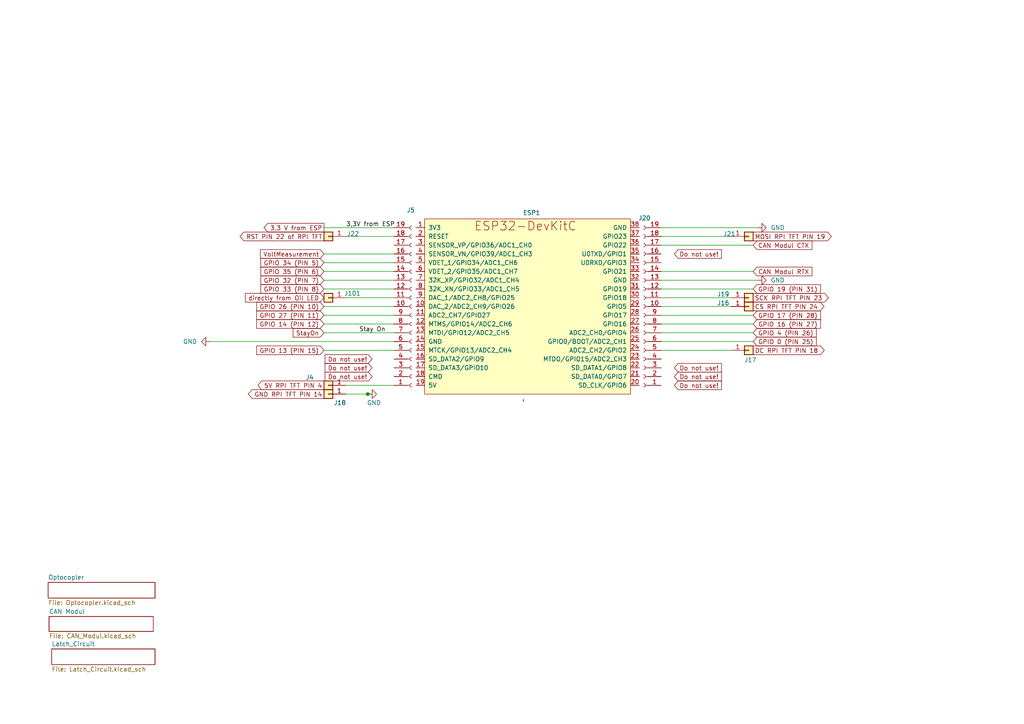
<source format=kicad_sch>
(kicad_sch (version 20231120) (generator "eeschema") (generator_version "8.0")
  (paper "A4")
  (title_block (title "T4_MFA Brakeout Board") (date "30.01.2025") (rev "4") (company "Norbert Schechner") (comment 1 "(c) N. Schechner"))
  (lib_symbols
    (symbol "Connector:Conn_01x19_Socket" (pin_names (offset 1.016) hide)
      (property "Reference" "J" (at 0 25.4 0))
      (property "Value" "Conn_01x19_Socket" (at 0 -25.4 0))
      (symbol "Conn_01x19_Socket_1_1"
        (arc (start 0 -22.352) (mid -0.5058 -22.86) (end 0 -23.368) (stroke (width 0.1524)))
        (arc (start 0 -19.812) (mid -0.5058 -20.32) (end 0 -20.828) (stroke (width 0.1524)))
        (arc (start 0 -17.272) (mid -0.5058 -17.78) (end 0 -18.288) (stroke (width 0.1524)))
        (arc (start 0 -14.732) (mid -0.5058 -15.24) (end 0 -15.748) (stroke (width 0.1524)))
        (arc (start 0 -12.192) (mid -0.5058 -12.7) (end 0 -13.208) (stroke (width 0.1524)))
        (arc (start 0 -9.652) (mid -0.5058 -10.16) (end 0 -10.668) (stroke (width 0.1524)))
        (arc (start 0 -7.112) (mid -0.5058 -7.62) (end 0 -8.128) (stroke (width 0.1524)))
        (arc (start 0 -4.572) (mid -0.5058 -5.08) (end 0 -5.588) (stroke (width 0.1524)))
        (arc (start 0 -2.032) (mid -0.5058 -2.54) (end 0 -3.048) (stroke (width 0.1524)))
        (polyline (pts (xy -1.27 -22.86) (xy -0.508 -22.86)) (stroke (width 0.1524)))
        (polyline (pts (xy -1.27 -20.32) (xy -0.508 -20.32)) (stroke (width 0.1524)))
        (polyline (pts (xy -1.27 -17.78) (xy -0.508 -17.78)) (stroke (width 0.1524)))
        (polyline (pts (xy -1.27 -15.24) (xy -0.508 -15.24)) (stroke (width 0.1524)))
        (polyline (pts (xy -1.27 -12.7) (xy -0.508 -12.7)) (stroke (width 0.1524)))
        (polyline (pts (xy -1.27 -10.16) (xy -0.508 -10.16)) (stroke (width 0.1524)))
        (polyline (pts (xy -1.27 -7.62) (xy -0.508 -7.62)) (stroke (width 0.1524)))
        (polyline (pts (xy -1.27 -5.08) (xy -0.508 -5.08)) (stroke (width 0.1524)))
        (polyline (pts (xy -1.27 -2.54) (xy -0.508 -2.54)) (stroke (width 0.1524)))
        (polyline (pts (xy -1.27 0) (xy -0.508 0)) (stroke (width 0.1524)))
        (polyline (pts (xy -1.27 2.54) (xy -0.508 2.54)) (stroke (width 0.1524)))
        (polyline (pts (xy -1.27 5.08) (xy -0.508 5.08)) (stroke (width 0.1524)))
        (polyline (pts (xy -1.27 7.62) (xy -0.508 7.62)) (stroke (width 0.1524)))
        (polyline (pts (xy -1.27 10.16) (xy -0.508 10.16)) (stroke (width 0.1524)))
        (polyline (pts (xy -1.27 12.7) (xy -0.508 12.7)) (stroke (width 0.1524)))
        (polyline (pts (xy -1.27 15.24) (xy -0.508 15.24)) (stroke (width 0.1524)))
        (polyline (pts (xy -1.27 17.78) (xy -0.508 17.78)) (stroke (width 0.1524)))
        (polyline (pts (xy -1.27 20.32) (xy -0.508 20.32)) (stroke (width 0.1524)))
        (polyline (pts (xy -1.27 22.86) (xy -0.508 22.86)) (stroke (width 0.1524)))
        (arc (start 0 0.508) (mid -0.5058 0) (end 0 -0.508) (stroke (width 0.1524)))
        (arc (start 0 3.048) (mid -0.5058 2.54) (end 0 2.032) (stroke (width 0.1524)))
        (arc (start 0 5.588) (mid -0.5058 5.08) (end 0 4.572) (stroke (width 0.1524)))
        (arc (start 0 8.128) (mid -0.5058 7.62) (end 0 7.112) (stroke (width 0.1524)))
        (arc (start 0 10.668) (mid -0.5058 10.16) (end 0 9.652) (stroke (width 0.1524)))
        (arc (start 0 13.208) (mid -0.5058 12.7) (end 0 12.192) (stroke (width 0.1524)))
        (arc (start 0 15.748) (mid -0.5058 15.24) (end 0 14.732) (stroke (width 0.1524)))
        (arc (start 0 18.288) (mid -0.5058 17.78) (end 0 17.272) (stroke (width 0.1524)))
        (arc (start 0 20.828) (mid -0.5058 20.32) (end 0 19.812) (stroke (width 0.1524)))
        (arc (start 0 23.368) (mid -0.5058 22.86) (end 0 22.352) (stroke (width 0.1524)))
        (pin passive line (at -5.08 22.86 0) (length 3.81) (name "Pin_1") (number "1"))
        (pin passive line (at -5.08 0 0) (length 3.81) (name "Pin_10") (number "10"))
        (pin passive line (at -5.08 -2.54 0) (length 3.81) (name "Pin_11") (number "11"))
        (pin passive line (at -5.08 -5.08 0) (length 3.81) (name "Pin_12") (number "12"))
        (pin passive line (at -5.08 -7.62 0) (length 3.81) (name "Pin_13") (number "13"))
        (pin passive line (at -5.08 -10.16 0) (length 3.81) (name "Pin_14") (number "14"))
        (pin passive line (at -5.08 -12.7 0) (length 3.81) (name "Pin_15") (number "15"))
        (pin passive line (at -5.08 -15.24 0) (length 3.81) (name "Pin_16") (number "16"))
        (pin passive line (at -5.08 -17.78 0) (length 3.81) (name "Pin_17") (number "17"))
        (pin passive line (at -5.08 -20.32 0) (length 3.81) (name "Pin_18") (number "18"))
        (pin passive line (at -5.08 -22.86 0) (length 3.81) (name "Pin_19") (number "19"))
        (pin passive line (at -5.08 20.32 0) (length 3.81) (name "Pin_2") (number "2"))
        (pin passive line (at -5.08 17.78 0) (length 3.81) (name "Pin_3") (number "3"))
        (pin passive line (at -5.08 15.24 0) (length 3.81) (name "Pin_4") (number "4"))
        (pin passive line (at -5.08 12.7 0) (length 3.81) (name "Pin_5") (number "5"))
        (pin passive line (at -5.08 10.16 0) (length 3.81) (name "Pin_6") (number "6"))
        (pin passive line (at -5.08 7.62 0) (length 3.81) (name "Pin_7") (number "7"))
        (pin passive line (at -5.08 5.08 0) (length 3.81) (name "Pin_8") (number "8"))
        (pin passive line (at -5.08 2.54 0) (length 3.81) (name "Pin_9") (number "9"))
      )
    )
    (symbol "Connector_Generic:Conn_01x01" (pin_names (offset 1.016) hide)
      (property "Reference" "J" (at 0 2.54 0))
      (property "Value" "Conn_01x01" (at 0 -2.54 0))
      (symbol "Conn_01x01_1_1"
        (rectangle (start -1.27 0.127) (end 0 -0.127) (stroke (width 0.1524)))
        (rectangle (start -1.27 1.27) (end 1.27 -1.27) (stroke (width 0.254)) (fill (type background)))
        (pin passive line (at -5.08 0 0) (length 3.81) (name "Pin_1") (number "1"))
      )
    )
    (symbol "PCM_Espressif:ESP32-DevKitC" (pin_names (offset 1.016))
      (property "Reference" "ESP32" (at -2.794 23.114 0))
      (symbol "ESP32-DevKitC_0_0"
        (text "ESP32-DevKitC" (at 1.27 -23.368 0) (effects (font (size 2.54 2.54))))
        (pin power_in line (at 33.02 10.16 180) (length 2.54) (name "GND") (number "14"))
        (pin power_in line (at 33.02 22.86 180) (length 2.54) (name "5V") (number "19"))
      )
      (symbol "ESP32-DevKitC_0_1"
        (rectangle (start -29.21 25.4) (end 30.48 -25.4) (fill (type background)))
      )
      (symbol "ESP32-DevKitC_1_1"
        (pin power_in line (at 33.02 -22.86 180) (length 2.54) (name "3V3") (number "1"))
        (pin bidirectional line (at 33.02 0 180) (length 2.54) (name "DAC_2/ADC2_CH9/GPIO26") (number "10"))
        (pin bidirectional line (at 33.02 2.54 180) (length 2.54) (name "ADC2_CH7/GPIO27") (number "11"))
        (pin bidirectional line (at 33.02 5.08 180) (length 2.54) (name "MTMS/GPIO14/ADC2_CH6") (number "12"))
        (pin bidirectional line (at 33.02 7.62 180) (length 2.54) (name "MTDI/GPIO12/ADC2_CH5") (number "13"))
        (pin bidirectional line (at 33.02 12.7 180) (length 2.54) (name "MTCK/GPIO13/ADC2_CH4") (number "15"))
        (pin bidirectional line (at 33.02 15.24 180) (length 2.54) (name "SD_DATA2/GPIO9") (number "16"))
        (pin bidirectional line (at 33.02 17.78 180) (length 2.54) (name "SD_DATA3/GPIO10") (number "17"))
        (pin bidirectional line (at 33.02 20.32 180) (length 2.54) (name "CMD") (number "18"))
        (pin input line (at 33.02 -20.32 180) (length 2.54) (name "RESET") (number "2"))
        (pin bidirectional line (at -31.75 22.86 0) (length 2.54) (name "SD_CLK/GPIO6") (number "20"))
        (pin bidirectional line (at -31.75 20.32 0) (length 2.54) (name "SD_DATA0/GPIO7") (number "21"))
        (pin bidirectional line (at -31.75 17.78 0) (length 2.54) (name "SD_DATA1/GPIO8") (number "22"))
        (pin bidirectional line (at -31.75 15.24 0) (length 2.54) (name "MTDO/GPIO15/ADC2_CH3") (number "23"))
        (pin bidirectional line (at -31.75 12.7 0) (length 2.54) (name "ADC2_CH2/GPIO2") (number "24"))
        (pin bidirectional line (at -31.75 10.16 0) (length 2.54) (name "GPIO0/BOOT/ADC2_CH1") (number "25"))
        (pin bidirectional line (at -31.75 7.62 0) (length 2.54) (name "ADC2_CH0/GPIO4") (number "26"))
        (pin bidirectional line (at -31.75 5.08 0) (length 2.54) (name "GPIO16") (number "27"))
        (pin bidirectional line (at -31.75 2.54 0) (length 2.54) (name "GPIO17") (number "28"))
        (pin bidirectional line (at -31.75 0 0) (length 2.54) (name "GPIO5") (number "29"))
        (pin input line (at 33.02 -17.78 180) (length 2.54) (name "SENSOR_VP/GPIO36/ADC1_CH0") (number "3"))
        (pin bidirectional line (at -31.75 -2.54 0) (length 2.54) (name "GPIO18") (number "30"))
        (pin bidirectional line (at -31.75 -5.08 0) (length 2.54) (name "GPIO19") (number "31"))
        (pin passive line (at -31.75 -7.62 0) (length 2.54) (name "GND") (number "32"))
        (pin bidirectional line (at -31.75 -10.16 0) (length 2.54) (name "GPIO21") (number "33"))
        (pin bidirectional line (at -31.75 -12.7 0) (length 2.54) (name "U0RXD/GPIO3") (number "34"))
        (pin bidirectional line (at -31.75 -15.24 0) (length 2.54) (name "U0TXD/GPIO1") (number "35"))
        (pin bidirectional line (at -31.75 -17.78 0) (length 2.54) (name "GPIO22") (number "36"))
        (pin bidirectional line (at -31.75 -20.32 0) (length 2.54) (name "GPIO23") (number "37"))
        (pin passive line (at -31.75 -22.86 0) (length 2.54) (name "GND") (number "38"))
        (pin input line (at 33.02 -15.24 180) (length 2.54) (name "SENSOR_VN/GPIO39/ADC1_CH3") (number "4"))
        (pin input line (at 33.02 -12.7 180) (length 2.54) (name "VDET_1/GPIO34/ADC1_CH6") (number "5"))
        (pin input line (at 33.02 -10.16 180) (length 2.54) (name "VDET_2/GPIO35/ADC1_CH7") (number "6"))
        (pin bidirectional line (at 33.02 -7.62 180) (length 2.54) (name "32K_XP/GPIO32/ADC1_CH4") (number "7"))
        (pin bidirectional line (at 33.02 -5.08 180) (length 2.54) (name "32K_XN/GPIO33/ADC1_CH5") (number "8"))
        (pin bidirectional line (at 33.02 -2.54 180) (length 2.54) (name "DAC_1/ADC2_CH8/GPIO25") (number "9"))
      )
    )
    (symbol "power:GND" (power) (pin_numbers hide) (pin_names (offset 0) hide)
      (property "Value" "GND" (at 0 -3.81 0))
      (symbol "GND_0_1"
        (polyline (pts (xy 0 0) (xy 0 -1.27) (xy 1.27 -1.27) (xy 0 -2.54) (xy -1.27 -1.27) (xy 0 -1.27)))
      )
      (symbol "GND_1_1"
        (pin power_in line (at 0 0 270) (length 0) (name "~") (number "1"))
      )
    )
  )
  (junction (at 106.68 114.3))
  (wire (pts (xy 212.09 68.58) (xy 191.77 68.58)))
  (wire (pts (xy 93.98 96.52) (xy 114.3 96.52)))
  (wire (pts (xy 191.77 66.04) (xy 219.71 66.04)))
  (wire (pts (xy 191.77 93.98) (xy 218.44 93.98)))
  (wire (pts (xy 100.33 111.76) (xy 114.3 111.76)))
  (wire (pts (xy 191.77 78.74) (xy 218.44 78.74)))
  (wire (pts (xy 100.33 86.36) (xy 114.3 86.36)))
  (wire (pts (xy 93.98 83.82) (xy 114.3 83.82)))
  (wire (pts (xy 191.77 81.28) (xy 219.71 81.28)))
  (wire (pts (xy 93.98 101.6) (xy 114.3 101.6)))
  (wire (pts (xy 212.09 88.9) (xy 191.77 88.9)))
  (wire (pts (xy 191.77 91.44) (xy 218.44 91.44)))
  (wire (pts (xy 93.98 88.9) (xy 114.3 88.9)))
  (wire (pts (xy 212.09 101.6) (xy 191.77 101.6)))
  (wire (pts (xy 191.77 96.52) (xy 218.44 96.52)))
  (wire (pts (xy 212.09 86.36) (xy 191.77 86.36)))
  (wire (pts (xy 191.77 99.06) (xy 218.44 99.06)))
  (wire (pts (xy 93.98 93.98) (xy 114.3 93.98)))
  (wire (pts (xy 93.98 91.44) (xy 114.3 91.44)))
  (wire (pts (xy 93.98 66.04) (xy 114.3 66.04)))
  (wire (pts (xy 93.98 78.74) (xy 114.3 78.74)))
  (wire (pts (xy 191.77 71.12) (xy 218.44 71.12)))
  (wire (pts (xy 100.33 114.3) (xy 106.68 114.3)))
  (wire (pts (xy 100.33 68.58) (xy 114.3 68.58)))
  (wire (pts (xy 106.68 114.3) (xy 107.95 114.3)))
  (wire (pts (xy 93.98 81.28) (xy 114.3 81.28)))
  (wire (pts (xy 93.98 76.2) (xy 114.3 76.2)))
  (wire (pts (xy 191.77 83.82) (xy 218.44 83.82)))
  (wire (pts (xy 60.96 99.06) (xy 114.3 99.06)))
  (wire (pts (xy 93.98 73.66) (xy 114.3 73.66)))
  (label "3,3V from ESP" (at 100.33 66.04 0))
  (label "Stay On" (at 104.14 96.52 0))
  (global_label "GPIO 16 (PIN 27)" (shape input) (at 218.44 93.98 0) (property "Intersheetrefs" "${INTERSHEET_REFS}" (at 238.54 93.98 0) (effects (justify left))))
  (global_label "GPIO 14 (PIN 12)" (shape input) (at 93.98 93.98 180) (property "Intersheetrefs" "${INTERSHEET_REFS}" (at 73.88 93.98 0) (effects (justify right))))
  (global_label "GPIO 27 (PIN 11)" (shape input) (at 93.98 91.44 180) (property "Intersheetrefs" "${INTERSHEET_REFS}" (at 73.88 91.44 0) (effects (justify right))))
  (global_label "GPIO 4 (PIN 26)" (shape input) (at 218.44 96.52 0) (property "Intersheetrefs" "${INTERSHEET_REFS}" (at 237.3305 96.52 0) (effects (justify left))))
  (global_label "3,3 V from ESP" (shape output) (at 93.98 66.04 180) (property "Intersheetrefs" "${INTERSHEET_REFS}" (at 75.9969 66.04 0) (effects (justify right))))
  (global_label "Do not use!" (shape input) (at 107.95 109.22 180) (property "Intersheetrefs" "${INTERSHEET_REFS}" (at 93.7164 109.22 0) (effects (justify right))))
  (global_label "SCK RPI TFT PIN 23" (shape output) (at 218.44 86.36 0) (property "Intersheetrefs" "${INTERSHEET_REFS}" (at 240.838 86.36 0) (effects (justify left))))
  (global_label "GPIO 17 (PIN 28)" (shape input) (at 218.44 91.44 0) (property "Intersheetrefs" "${INTERSHEET_REFS}" (at 238.54 91.44 0) (effects (justify left))))
  (global_label "GND RPI TFT PIN 14" (shape output) (at 93.98 114.3 180) (property "Intersheetrefs" "${INTERSHEET_REFS}" (at 71.461 114.3 0) (effects (justify right))))
  (global_label "CAN Modul CTX" (shape input) (at 218.44 71.12 0) (property "Intersheetrefs" "${INTERSHEET_REFS}" (at 236.0602 71.12 0) (effects (justify left))))
  (global_label "MOSI RPI TFT PIN 19" (shape output) (at 218.44 68.58 0) (property "Intersheetrefs" "${INTERSHEET_REFS}" (at 241.6847 68.58 0) (effects (justify left))))
  (global_label "GPIO 13 (PIN 15)" (shape input) (at 93.98 101.6 180) (property "Intersheetrefs" "${INTERSHEET_REFS}" (at 73.88 101.6 0) (effects (justify right))))
  (global_label "CS RPI TFT PIN 24" (shape output) (at 218.44 88.9 0) (property "Intersheetrefs" "${INTERSHEET_REFS}" (at 239.568 88.9 0) (effects (justify left))))
  (global_label "Do not use!" (shape input) (at 107.95 106.68 180) (property "Intersheetrefs" "${INTERSHEET_REFS}" (at 93.7164 106.68 0) (effects (justify right))))
  (global_label "StayOn" (shape input) (at 93.98 96.52 180) (property "Intersheetrefs" "${INTERSHEET_REFS}" (at 84.4635 96.52 0) (effects (justify right))))
  (global_label "GPIO 33 (PIN 8)" (shape input) (at 93.98 83.82 180) (property "Intersheetrefs" "${INTERSHEET_REFS}" (at 75.0895 83.82 0) (effects (justify right))))
  (global_label "Do not use!" (shape input) (at 107.95 104.14 180) (property "Intersheetrefs" "${INTERSHEET_REFS}" (at 93.7164 104.14 0) (effects (justify right))))
  (global_label "directly from Oil LED" (shape input) (at 93.98 86.36 180) (property "Intersheetrefs" "${INTERSHEET_REFS}" (at 70.6145 86.36 0) (effects (justify right))))
  (global_label "VoltMeasurement" (shape input) (at 93.98 73.66 180) (property "Intersheetrefs" "${INTERSHEET_REFS}" (at 74.9688 73.66 0) (effects (justify right))))
  (global_label "Do not use!" (shape input) (at 195.58 73.66 0) (property "Intersheetrefs" "${INTERSHEET_REFS}" (at 209.8136 73.66 0) (effects (justify left))))
  (global_label "5V RPI TFT PIN 4" (shape output) (at 93.98 111.76 180) (property "Intersheetrefs" "${INTERSHEET_REFS}" (at 74.2429 111.76 0) (effects (justify right))))
  (global_label "GPIO 34 (PIN 5)" (shape input) (at 93.98 76.2 180) (property "Intersheetrefs" "${INTERSHEET_REFS}" (at 75.0895 76.2 0) (effects (justify right))))
  (global_label "Do not use!" (shape input) (at 195.58 111.76 0) (property "Intersheetrefs" "${INTERSHEET_REFS}" (at 209.8136 111.76 0) (effects (justify left))))
  (global_label "Do not use!" (shape input) (at 195.58 109.22 0) (property "Intersheetrefs" "${INTERSHEET_REFS}" (at 209.8136 109.22 0) (effects (justify left))))
  (global_label "GPIO 26 (PIN 10)" (shape input) (at 93.98 88.9 180) (property "Intersheetrefs" "${INTERSHEET_REFS}" (at 73.88 88.9 0) (effects (justify right))))
  (global_label "GPIO 0 (PIN 25)" (shape input) (at 218.44 99.06 0) (property "Intersheetrefs" "${INTERSHEET_REFS}" (at 237.3305 99.06 0) (effects (justify left))))
  (global_label "Do not use!" (shape input) (at 195.58 106.68 0) (property "Intersheetrefs" "${INTERSHEET_REFS}" (at 209.8136 106.68 0) (effects (justify left))))
  (global_label "GPIO 19 (PIN 31)" (shape input) (at 218.44 83.82 0) (property "Intersheetrefs" "${INTERSHEET_REFS}" (at 238.54 83.82 0) (effects (justify left))))
  (global_label "CAN Modul RTX" (shape input) (at 218.44 78.74 0) (property "Intersheetrefs" "${INTERSHEET_REFS}" (at 236.0602 78.74 0) (effects (justify left))))
  (global_label "RST PIN 22 of RPI TFT" (shape output) (at 93.98 68.58 180) (property "Intersheetrefs" "${INTERSHEET_REFS}" (at 69.0421 68.58 0) (effects (justify right))))
  (global_label "DC RPI TFT PIN 18" (shape output) (at 218.44 101.6 0) (property "Intersheetrefs" "${INTERSHEET_REFS}" (at 239.6285 101.6 0) (effects (justify left))))
  (global_label "GPIO 32 (PIN 7)" (shape input) (at 93.98 81.28 180) (property "Intersheetrefs" "${INTERSHEET_REFS}" (at 75.0895 81.28 0) (effects (justify right))))
  (global_label "GPIO 35 (PIN 6)" (shape input) (at 93.98 78.74 180) (property "Intersheetrefs" "${INTERSHEET_REFS}" (at 75.0895 78.74 0) (effects (justify right))))
  (symbol (lib_id "Connector:Conn_01x19_Socket") (at 186.69 88.9 180) (unit 1)
    (property "Reference" "J20" (at 186.944 63.246 0))
    (property "Value" "Conn_01x19_Socket" (effects (hide yes)))
    (property "Footprint" "Connector_PinSocket_2.54mm:PinSocket_1x19_P2.54mm_Vertical" (effects (hide yes)))
    (property "Description" "Generic connector, single row, 01x19, script generated" (effects (hide yes)))
  )
  (symbol (lib_id "Connector_Generic:Conn_01x01") (at 217.17 68.58 0) (unit 1)
    (property "Reference" "J21" (at 213.36 67.818 0) (effects (justify right)))
    (property "Value" "TFT_MOSI" (effects (hide yes)))
    (property "Footprint" "Connector_Wire:SolderWire-0.5sqmm_1x01_D0.9mm_OD2.1mm" (effects (hide yes)))
    (property "Description" "Generic connector, single row, 01x01, script generated (kicad-library-utils/schlib/autogen/connector/)" (effects (hide yes)))
  )
  (symbol (lib_id "Connector:Conn_01x19_Socket") (at 119.38 88.9 0) (mirror x) (unit 1)
    (property "Reference" "J5" (at 119.126 60.96 0))
    (property "Value" "Conn_01x19_Socket" (effects (hide yes)))
    (property "Footprint" "Connector_PinSocket_2.54mm:PinSocket_1x19_P2.54mm_Vertical" (effects (hide yes)))
    (property "Description" "Generic connector, single row, 01x19, script generated" (effects (hide yes)))
  )
  (symbol (lib_id "Connector_Generic:Conn_01x01") (at 95.25 114.3 180) (unit 1)
    (property "Reference" "J18" (at 96.774 116.84 0) (effects (justify right)))
    (property "Value" "TFT_GND" (effects (hide yes)))
    (property "Footprint" "Connector_Wire:SolderWire-0.5sqmm_1x01_D0.9mm_OD2.1mm" (effects (hide yes)))
    (property "Description" "Generic connector, single row, 01x01, script generated (kicad-library-utils/schlib/autogen/connector/)" (effects (hide yes)))
  )
  (symbol (lib_id "Connector_Generic:Conn_01x01") (at 217.17 101.6 0) (unit 1)
    (property "Reference" "J17" (at 219.456 104.394 0) (effects (justify right)))
    (property "Value" "TFT_DC" (effects (hide yes)))
    (property "Footprint" "Connector_Wire:SolderWire-0.5sqmm_1x01_D0.9mm_OD2.1mm" (effects (hide yes)))
    (property "Description" "Generic connector, single row, 01x01, script generated (kicad-library-utils/schlib/autogen/connector/)" (effects (hide yes)))
  )
  (symbol (lib_id "Connector_Generic:Conn_01x01") (at 217.17 88.9 0) (unit 1)
    (property "Reference" "J16" (at 211.582 87.884 0) (effects (justify right)))
    (property "Value" "TFT_CS" (effects (hide yes)))
    (property "Footprint" "Connector_Wire:SolderWire-0.5sqmm_1x01_D0.9mm_OD2.1mm" (effects (hide yes)))
    (property "Description" "Generic connector, single row, 01x01, script generated (kicad-library-utils/schlib/autogen/connector/)" (effects (hide yes)))
  )
  (symbol (lib_id "Connector_Generic:Conn_01x01") (at 217.17 86.36 0) (unit 1)
    (property "Reference" "J19" (at 211.582 85.344 0) (effects (justify right)))
    (property "Value" "TFT_SLK" (effects (hide yes)))
    (property "Footprint" "Connector_Wire:SolderWire-0.5sqmm_1x01_D0.9mm_OD2.1mm" (effects (hide yes)))
    (property "Description" "Generic connector, single row, 01x01, script generated (kicad-library-utils/schlib/autogen/connector/)" (effects (hide yes)))
  )
  (symbol (lib_id "Connector_Generic:Conn_01x01") (at 95.25 86.36 180) (unit 1)
    (property "Reference" "J101" (at 99.822 85.09 0) (effects (justify right)))
    (property "Value" "O_Lev_LED" (effects (hide yes)))
    (property "Footprint" "Connector_Wire:SolderWire-0.5sqmm_1x01_D0.9mm_OD2.1mm" (effects (hide yes)))
    (property "Description" "Generic connector, single row, 01x01, script generated (kicad-library-utils/schlib/autogen/connector/)" (effects (hide yes)))
  )
  (symbol (lib_id "power:GND") (at 60.96 99.06 270) (unit 1)
    (property "Reference" "#PWR05" (effects (hide yes)))
    (property "Value" "GND" (at 57.15 99.06 90) (effects (justify right)))
    (property "Description" "Power symbol creates a global label with name \"GND\" , ground" (effects (hide yes)))
  )
  (symbol (lib_id "power:GND") (at 219.71 81.28 90) (unit 1)
    (property "Reference" "#PWR08" (effects (hide yes)))
    (property "Value" "GND" (at 223.52 81.2799 90) (effects (justify right)))
    (property "Description" "Power symbol creates a global label with name \"GND\" , ground" (effects (hide yes)))
  )
  (symbol (lib_id "Connector_Generic:Conn_01x01") (at 95.25 68.58 180) (unit 1)
    (property "Reference" "J22" (at 100.584 67.818 0) (effects (justify right)))
    (property "Value" "TFT_RST" (effects (hide yes)))
    (property "Footprint" "Connector_Wire:SolderWire-0.5sqmm_1x01_D0.9mm_OD2.1mm" (effects (hide yes)))
    (property "Description" "Generic connector, single row, 01x01, script generated (kicad-library-utils/schlib/autogen/connector/)" (effects (hide yes)))
  )
  (symbol (lib_id "power:GND") (at 106.68 114.3 90) (unit 1)
    (property "Reference" "#PWR0102" (effects (hide yes)))
    (property "Value" "GND" (at 106.426 116.84 90) (effects (justify right)))
    (property "Description" "Power symbol creates a global label with name \"GND\" , ground" (effects (hide yes)))
  )
  (symbol (lib_id "power:GND") (at 219.71 66.04 90) (unit 1)
    (property "Reference" "#PWR07" (effects (hide yes)))
    (property "Value" "GND" (at 223.52 66.0399 90) (effects (justify right)))
    (property "Description" "Power symbol creates a global label with name \"GND\" , ground" (effects (hide yes)))
  )
  (symbol (lib_id "PCM_Espressif:ESP32-DevKitC") (at 153.67 88.9 180) (unit 1)
    (property "Reference" "ESP1" (at 156.718 61.722 0) (effects (justify left)))
    (property "Value" "~" (at 151.765 115.57 90) (effects (justify left)))
    (property "Footprint" "PCM_Espressif:ESP32-DevKitC" (effects (hide yes)))
  )
  (symbol (lib_id "Connector_Generic:Conn_01x01") (at 95.25 111.76 180) (unit 1)
    (property "Reference" "J4" (at 88.646 109.474 0) (effects (justify right)))
    (property "Value" "TFT_5V" (effects (hide yes)))
    (property "Footprint" "Connector_Wire:SolderWire-0.5sqmm_1x01_D0.9mm_OD2.1mm" (effects (hide yes)))
    (property "Description" "Generic connector, single row, 01x01, script generated (kicad-library-utils/schlib/autogen/connector/)" (effects (hide yes)))
  )
  (sheet (at 13.97 168.91) (size 30.988 4.572) (stroke (width 0.1524))
    (property "Sheetname" "Optocopler" (at 13.97 168.1984 0) (effects (justify left bottom)))
    (property "Sheetfile" "Optocopler.kicad_sch" (at 13.97 174.0666 0) (effects (justify left top)))
  )
  (sheet (at 14.986 188.214) (size 29.972 4.572) (stroke (width 0.1524))
    (property "Sheetname" "Latch_Circuit" (at 14.986 187.5024 0) (effects (justify left bottom)))
    (property "Sheetfile" "Latch_Circuit.kicad_sch" (at 14.986 193.3706 0) (effects (justify left top)))
  )
  (sheet (at 14.224 178.816) (size 30.226 4.318) (stroke (width 0.1524))
    (property "Sheetname" "CAN Modul" (at 14.224 178.1044 0) (effects (justify left bottom)))
    (property "Sheetfile" "CAN_Modul.kicad_sch" (at 14.224 183.7186 0) (effects (justify left top)))
  )
)
</source>
